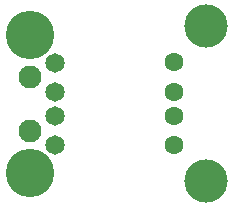
<source format=gbr>
%TF.GenerationSoftware,KiCad,Pcbnew,(5.1.6)-1*%
%TF.CreationDate,2021-09-24T15:49:20-04:00*%
%TF.ProjectId,USB-Data-Only,5553422d-4461-4746-912d-4f6e6c792e6b,rev?*%
%TF.SameCoordinates,Original*%
%TF.FileFunction,Soldermask,Top*%
%TF.FilePolarity,Negative*%
%FSLAX46Y46*%
G04 Gerber Fmt 4.6, Leading zero omitted, Abs format (unit mm)*
G04 Created by KiCad (PCBNEW (5.1.6)-1) date 2021-09-24 15:49:20*
%MOMM*%
%LPD*%
G01*
G04 APERTURE LIST*
%ADD10C,1.650000*%
%ADD11C,1.950000*%
%ADD12C,4.100000*%
%ADD13C,1.600000*%
%ADD14C,3.670000*%
G04 APERTURE END LIST*
D10*
%TO.C,J1*%
X148424000Y-76779000D03*
X148424000Y-74279000D03*
X148424000Y-72279000D03*
X148424000Y-69779000D03*
D11*
X146324000Y-70979000D03*
X146324000Y-75579000D03*
D12*
X146324000Y-79129000D03*
X146324000Y-67429000D03*
%TD*%
D13*
%TO.C,J2*%
X158495001Y-76768001D03*
X158495001Y-74268001D03*
X158495001Y-72268001D03*
X158495001Y-69768001D03*
D14*
X161205001Y-79838001D03*
X161205001Y-66698001D03*
%TD*%
M02*

</source>
